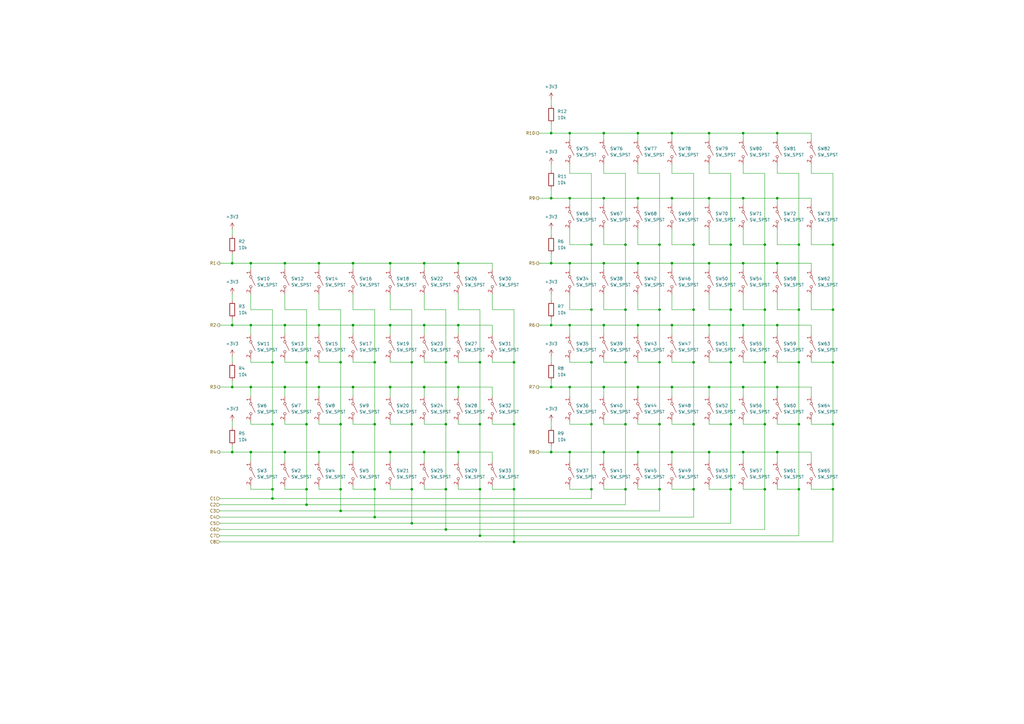
<source format=kicad_sch>
(kicad_sch (version 20250114) (generator "eeschema") (generator_version "9.0")
  (paper "A3")
  (junction (at 327.66 100.33))
  (junction (at 116.84 185.42))
  (junction (at 284.48 200.66))
  (junction (at 341.63 100.33))
  (junction (at 130.81 158.75))
  (junction (at 304.8 81.28))
  (junction (at 187.96 133.35))
  (junction (at 144.78 158.75))
  (junction (at 247.65 133.35))
  (junction (at 95.25 185.42))
  (junction (at 256.54 200.66))
  (junction (at 160.02 185.42))
  (junction (at 290.83 158.75))
  (junction (at 144.78 107.95))
  (junction (at 173.99 107.95))
  (junction (at 284.48 100.33))
  (junction (at 275.59 158.75))
  (junction (at 256.54 173.99))
  (junction (at 341.63 148.59))
  (junction (at 318.77 185.42))
  (junction (at 299.72 100.33))
  (junction (at 139.7 148.59))
  (junction (at 182.88 217.17))
  (junction (at 313.69 100.33))
  (junction (at 327.66 148.59))
  (junction (at 226.06 54.61))
  (junction (at 130.81 133.35))
  (junction (at 102.87 185.42))
  (junction (at 102.87 107.95))
  (junction (at 210.82 222.25))
  (junction (at 182.88 148.59))
  (junction (at 327.66 173.99))
  (junction (at 318.77 81.28))
  (junction (at 270.51 173.99))
  (junction (at 242.57 148.59))
  (junction (at 196.85 200.66))
  (junction (at 233.68 54.61))
  (junction (at 247.65 158.75))
  (junction (at 182.88 200.66))
  (junction (at 95.25 158.75))
  (junction (at 226.06 81.28))
  (junction (at 102.87 133.35))
  (junction (at 270.51 127))
  (junction (at 256.54 100.33))
  (junction (at 284.48 148.59))
  (junction (at 153.67 212.09))
  (junction (at 125.73 173.99))
  (junction (at 153.67 148.59))
  (junction (at 290.83 133.35))
  (junction (at 304.8 133.35))
  (junction (at 144.78 133.35))
  (junction (at 261.62 185.42))
  (junction (at 111.76 204.47))
  (junction (at 173.99 185.42))
  (junction (at 284.48 127))
  (junction (at 304.8 107.95))
  (junction (at 168.91 200.66))
  (junction (at 290.83 107.95))
  (junction (at 187.96 185.42))
  (junction (at 256.54 127))
  (junction (at 111.76 200.66))
  (junction (at 270.51 148.59))
  (junction (at 261.62 158.75))
  (junction (at 318.77 54.61))
  (junction (at 275.59 185.42))
  (junction (at 304.8 54.61))
  (junction (at 299.72 173.99))
  (junction (at 168.91 173.99))
  (junction (at 233.68 133.35))
  (junction (at 341.63 127))
  (junction (at 125.73 207.01))
  (junction (at 95.25 133.35))
  (junction (at 290.83 81.28))
  (junction (at 313.69 148.59))
  (junction (at 247.65 185.42))
  (junction (at 242.57 127))
  (junction (at 144.78 185.42))
  (junction (at 210.82 200.66))
  (junction (at 160.02 158.75))
  (junction (at 270.51 100.33))
  (junction (at 318.77 133.35))
  (junction (at 290.83 185.42))
  (junction (at 116.84 133.35))
  (junction (at 233.68 107.95))
  (junction (at 160.02 133.35))
  (junction (at 242.57 173.99))
  (junction (at 95.25 107.95))
  (junction (at 261.62 107.95))
  (junction (at 299.72 148.59))
  (junction (at 153.67 200.66))
  (junction (at 275.59 81.28))
  (junction (at 247.65 54.61))
  (junction (at 256.54 148.59))
  (junction (at 318.77 158.75))
  (junction (at 284.48 173.99))
  (junction (at 139.7 209.55))
  (junction (at 327.66 127))
  (junction (at 261.62 81.28))
  (junction (at 173.99 133.35))
  (junction (at 168.91 148.59))
  (junction (at 275.59 54.61))
  (junction (at 233.68 81.28))
  (junction (at 299.72 200.66))
  (junction (at 116.84 158.75))
  (junction (at 275.59 133.35))
  (junction (at 196.85 148.59))
  (junction (at 290.83 54.61))
  (junction (at 233.68 158.75))
  (junction (at 304.8 185.42))
  (junction (at 168.91 214.63))
  (junction (at 275.59 107.95))
  (junction (at 233.68 185.42))
  (junction (at 299.72 127))
  (junction (at 210.82 173.99))
  (junction (at 130.81 185.42))
  (junction (at 111.76 173.99))
  (junction (at 261.62 133.35))
  (junction (at 313.69 173.99))
  (junction (at 304.8 158.75))
  (junction (at 130.81 107.95))
  (junction (at 182.88 173.99))
  (junction (at 261.62 54.61))
  (junction (at 226.06 107.95))
  (junction (at 173.99 158.75))
  (junction (at 160.02 107.95))
  (junction (at 247.65 81.28))
  (junction (at 226.06 185.42))
  (junction (at 196.85 173.99))
  (junction (at 341.63 173.99))
  (junction (at 210.82 148.59))
  (junction (at 313.69 200.66))
  (junction (at 125.73 200.66))
  (junction (at 125.73 148.59))
  (junction (at 139.7 200.66))
  (junction (at 187.96 107.95))
  (junction (at 196.85 219.71))
  (junction (at 327.66 200.66))
  (junction (at 116.84 107.95))
  (junction (at 187.96 158.75))
  (junction (at 102.87 158.75))
  (junction (at 226.06 158.75))
  (junction (at 341.63 200.66))
  (junction (at 318.77 107.95))
  (junction (at 247.65 107.95))
  (junction (at 111.76 148.59))
  (junction (at 313.69 127))
  (junction (at 139.7 173.99))
  (junction (at 153.67 173.99))
  (junction (at 270.51 200.66))
  (junction (at 242.57 200.66))
  (junction (at 242.57 100.33))
  (junction (at 226.06 133.35))
  (wire (pts (xy 182.88 200.66) (xy 182.88 217.17)))
  (wire (pts (xy 247.65 173.99) (xy 256.54 173.99)))
  (wire (pts (xy 233.68 158.75) (xy 247.65 158.75)))
  (wire (pts (xy 290.83 173.99) (xy 299.72 173.99)))
  (wire (pts (xy 130.81 120.65) (xy 130.81 127)))
  (wire (pts (xy 290.83 81.28) (xy 290.83 83.82)))
  (wire (pts (xy 187.96 185.42) (xy 201.93 185.42)))
  (wire (pts (xy 226.06 130.81) (xy 226.06 133.35)))
  (wire (pts (xy 233.68 158.75) (xy 233.68 162.56)))
  (wire (pts (xy 247.65 147.32) (xy 247.65 148.59)))
  (wire (pts (xy 130.81 158.75) (xy 130.81 162.56)))
  (wire (pts (xy 144.78 158.75) (xy 144.78 162.56)))
  (wire (pts (xy 275.59 107.95) (xy 261.62 107.95)))
  (wire (pts (xy 182.88 148.59) (xy 182.88 173.99)))
  (wire (pts (xy 275.59 133.35) (xy 275.59 137.16)))
  (wire (pts (xy 256.54 100.33) (xy 256.54 127)))
  (wire (pts (xy 125.73 148.59) (xy 125.73 173.99)))
  (wire (pts (xy 261.62 81.28) (xy 247.65 81.28)))
  (wire (pts (xy 173.99 147.32) (xy 173.99 148.59)))
  (wire (pts (xy 275.59 120.65) (xy 275.59 127)))
  (wire (pts (xy 299.72 200.66) (xy 290.83 200.66)))
  (wire (pts (xy 299.72 148.59) (xy 299.72 173.99)))
  (wire (pts (xy 226.06 172.72) (xy 226.06 175.26)))
  (wire (pts (xy 332.74 147.32) (xy 332.74 148.59)))
  (wire (pts (xy 187.96 148.59) (xy 196.85 148.59)))
  (wire (pts (xy 327.66 127) (xy 327.66 148.59)))
  (wire (pts (xy 168.91 200.66) (xy 160.02 200.66)))
  (wire (pts (xy 341.63 200.66) (xy 341.63 222.25)))
  (wire (pts (xy 304.8 158.75) (xy 318.77 158.75)))
  (wire (pts (xy 341.63 173.99) (xy 341.63 200.66)))
  (wire (pts (xy 247.65 54.61) (xy 233.68 54.61)))
  (wire (pts (xy 341.63 200.66) (xy 332.74 200.66)))
  (wire (pts (xy 130.81 199.39) (xy 130.81 200.66)))
  (wire (pts (xy 242.57 127) (xy 242.57 148.59)))
  (wire (pts (xy 284.48 71.12) (xy 284.48 100.33)))
  (wire (pts (xy 327.66 173.99) (xy 327.66 200.66)))
  (wire (pts (xy 290.83 158.75) (xy 304.8 158.75)))
  (wire (pts (xy 261.62 185.42) (xy 275.59 185.42)))
  (wire (pts (xy 341.63 148.59) (xy 341.63 173.99)))
  (wire (pts (xy 332.74 133.35) (xy 332.74 137.16)))
  (wire (pts (xy 102.87 133.35) (xy 102.87 137.16)))
  (wire (pts (xy 95.25 182.88) (xy 95.25 185.42)))
  (wire (pts (xy 116.84 158.75) (xy 116.84 162.56)))
  (wire (pts (xy 130.81 127) (xy 139.7 127)))
  (wire (pts (xy 116.84 133.35) (xy 116.84 137.16)))
  (wire (pts (xy 210.82 200.66) (xy 210.82 222.25)))
  (wire (pts (xy 233.68 67.31) (xy 233.68 71.12)))
  (wire (pts (xy 256.54 200.66) (xy 247.65 200.66)))
  (wire (pts (xy 153.67 200.66) (xy 153.67 212.09)))
  (wire (pts (xy 226.06 50.8) (xy 226.06 54.61)))
  (wire (pts (xy 139.7 209.55) (xy 270.51 209.55)))
  (wire (pts (xy 139.7 127) (xy 139.7 148.59)))
  (wire (pts (xy 201.93 107.95) (xy 187.96 107.95)))
  (wire (pts (xy 116.84 148.59) (xy 125.73 148.59)))
  (wire (pts (xy 102.87 185.42) (xy 102.87 189.23)))
  (wire (pts (xy 290.83 133.35) (xy 304.8 133.35)))
  (wire (pts (xy 290.83 185.42) (xy 290.83 189.23)))
  (wire (pts (xy 275.59 199.39) (xy 275.59 200.66)))
  (wire (pts (xy 275.59 93.98) (xy 275.59 100.33)))
  (wire (pts (xy 284.48 127) (xy 284.48 148.59)))
  (wire (pts (xy 261.62 100.33) (xy 270.51 100.33)))
  (wire (pts (xy 226.06 54.61) (xy 233.68 54.61)))
  (wire (pts (xy 270.51 71.12) (xy 270.51 100.33)))
  (wire (pts (xy 95.25 133.35) (xy 102.87 133.35)))
  (wire (pts (xy 313.69 100.33) (xy 313.69 127)))
  (wire (pts (xy 284.48 200.66) (xy 284.48 212.09)))
  (wire (pts (xy 187.96 199.39) (xy 187.96 200.66)))
  (wire (pts (xy 210.82 200.66) (xy 201.93 200.66)))
  (wire (pts (xy 220.98 54.61) (xy 226.06 54.61)))
  (wire (pts (xy 130.81 148.59) (xy 139.7 148.59)))
  (wire (pts (xy 95.25 146.05) (xy 95.25 148.59)))
  (wire (pts (xy 270.51 127) (xy 270.51 148.59)))
  (wire (pts (xy 95.25 104.14) (xy 95.25 107.95)))
  (wire (pts (xy 111.76 173.99) (xy 111.76 200.66)))
  (wire (pts (xy 304.8 148.59) (xy 313.69 148.59)))
  (wire (pts (xy 102.87 173.99) (xy 111.76 173.99)))
  (wire (pts (xy 144.78 133.35) (xy 144.78 137.16)))
  (wire (pts (xy 304.8 81.28) (xy 290.83 81.28)))
  (wire (pts (xy 256.54 71.12) (xy 256.54 100.33)))
  (wire (pts (xy 270.51 200.66) (xy 261.62 200.66)))
  (wire (pts (xy 233.68 147.32) (xy 233.68 148.59)))
  (wire (pts (xy 173.99 199.39) (xy 173.99 200.66)))
  (wire (pts (xy 182.88 127) (xy 182.88 148.59)))
  (wire (pts (xy 327.66 148.59) (xy 327.66 173.99)))
  (wire (pts (xy 187.96 185.42) (xy 187.96 189.23)))
  (wire (pts (xy 173.99 133.35) (xy 173.99 137.16)))
  (wire (pts (xy 201.93 147.32) (xy 201.93 148.59)))
  (wire (pts (xy 299.72 173.99) (xy 299.72 200.66)))
  (wire (pts (xy 233.68 81.28) (xy 233.68 83.82)))
  (wire (pts (xy 233.68 133.35) (xy 233.68 137.16)))
  (wire (pts (xy 173.99 158.75) (xy 173.99 162.56)))
  (wire (pts (xy 304.8 81.28) (xy 304.8 83.82)))
  (wire (pts (xy 284.48 148.59) (xy 284.48 173.99)))
  (wire (pts (xy 233.68 127) (xy 242.57 127)))
  (wire (pts (xy 275.59 158.75) (xy 290.83 158.75)))
  (wire (pts (xy 201.93 199.39) (xy 201.93 200.66)))
  (wire (pts (xy 196.85 173.99) (xy 196.85 200.66)))
  (wire (pts (xy 304.8 199.39) (xy 304.8 200.66)))
  (wire (pts (xy 173.99 185.42) (xy 187.96 185.42)))
  (wire (pts (xy 318.77 147.32) (xy 318.77 148.59)))
  (wire (pts (xy 139.7 148.59) (xy 139.7 173.99)))
  (wire (pts (xy 160.02 133.35) (xy 173.99 133.35)))
  (wire (pts (xy 304.8 71.12) (xy 313.69 71.12)))
  (wire (pts (xy 125.73 127) (xy 125.73 148.59)))
  (wire (pts (xy 226.06 104.14) (xy 226.06 107.95)))
  (wire (pts (xy 153.67 212.09) (xy 284.48 212.09)))
  (wire (pts (xy 173.99 173.99) (xy 182.88 173.99)))
  (wire (pts (xy 95.25 120.65) (xy 95.25 123.19)))
  (wire (pts (xy 284.48 100.33) (xy 284.48 127)))
  (wire (pts (xy 226.06 120.65) (xy 226.06 123.19)))
  (wire (pts (xy 247.65 100.33) (xy 256.54 100.33)))
  (wire (pts (xy 261.62 158.75) (xy 275.59 158.75)))
  (wire (pts (xy 261.62 67.31) (xy 261.62 71.12)))
  (wire (pts (xy 332.74 172.72) (xy 332.74 173.99)))
  (wire (pts (xy 275.59 127) (xy 284.48 127)))
  (wire (pts (xy 153.67 200.66) (xy 144.78 200.66)))
  (wire (pts (xy 168.91 148.59) (xy 168.91 173.99)))
  (wire (pts (xy 173.99 172.72) (xy 173.99 173.99)))
  (wire (pts (xy 290.83 172.72) (xy 290.83 173.99)))
  (wire (pts (xy 256.54 173.99) (xy 256.54 200.66)))
  (wire (pts (xy 233.68 100.33) (xy 242.57 100.33)))
  (wire (pts (xy 116.84 185.42) (xy 116.84 189.23)))
  (wire (pts (xy 226.06 81.28) (xy 233.68 81.28)))
  (wire (pts (xy 290.83 107.95) (xy 275.59 107.95)))
  (wire (pts (xy 284.48 200.66) (xy 275.59 200.66)))
  (wire (pts (xy 111.76 200.66) (xy 111.76 204.47)))
  (wire (pts (xy 313.69 148.59) (xy 313.69 173.99)))
  (wire (pts (xy 247.65 67.31) (xy 247.65 71.12)))
  (wire (pts (xy 290.83 100.33) (xy 299.72 100.33)))
  (wire (pts (xy 187.96 173.99) (xy 196.85 173.99)))
  (wire (pts (xy 275.59 67.31) (xy 275.59 71.12)))
  (wire (pts (xy 116.84 173.99) (xy 125.73 173.99)))
  (wire (pts (xy 201.93 133.35) (xy 201.93 137.16)))
  (wire (pts (xy 102.87 185.42) (xy 116.84 185.42)))
  (wire (pts (xy 327.66 200.66) (xy 327.66 219.71)))
  (wire (pts (xy 261.62 199.39) (xy 261.62 200.66)))
  (wire (pts (xy 304.8 172.72) (xy 304.8 173.99)))
  (wire (pts (xy 233.68 148.59) (xy 242.57 148.59)))
  (wire (pts (xy 261.62 133.35) (xy 275.59 133.35)))
  (wire (pts (xy 233.68 173.99) (xy 242.57 173.99)))
  (wire (pts (xy 332.74 54.61) (xy 318.77 54.61)))
  (wire (pts (xy 275.59 100.33) (xy 284.48 100.33)))
  (wire (pts (xy 304.8 100.33) (xy 313.69 100.33)))
  (wire (pts (xy 95.25 158.75) (xy 102.87 158.75)))
  (wire (pts (xy 270.51 173.99) (xy 270.51 200.66)))
  (wire (pts (xy 247.65 148.59) (xy 256.54 148.59)))
  (wire (pts (xy 275.59 71.12) (xy 284.48 71.12)))
  (wire (pts (xy 226.06 93.98) (xy 226.06 96.52)))
  (wire (pts (xy 290.83 133.35) (xy 290.83 137.16)))
  (wire (pts (xy 261.62 147.32) (xy 261.62 148.59)))
  (wire (pts (xy 341.63 100.33) (xy 341.63 127)))
  (wire (pts (xy 102.87 147.32) (xy 102.87 148.59)))
  (wire (pts (xy 261.62 54.61) (xy 261.62 57.15)))
  (wire (pts (xy 201.93 127) (xy 210.82 127)))
  (wire (pts (xy 299.72 200.66) (xy 299.72 214.63)))
  (wire (pts (xy 256.54 127) (xy 256.54 148.59)))
  (wire (pts (xy 90.17 107.95) (xy 95.25 107.95)))
  (wire (pts (xy 261.62 133.35) (xy 261.62 137.16)))
  (wire (pts (xy 210.82 148.59) (xy 210.82 173.99)))
  (wire (pts (xy 318.77 133.35) (xy 318.77 137.16)))
  (wire (pts (xy 125.73 200.66) (xy 125.73 207.01)))
  (wire (pts (xy 139.7 200.66) (xy 130.81 200.66)))
  (wire (pts (xy 187.96 133.35) (xy 187.96 137.16)))
  (wire (pts (xy 102.87 148.59) (xy 111.76 148.59)))
  (wire (pts (xy 256.54 148.59) (xy 256.54 173.99)))
  (wire (pts (xy 290.83 107.95) (xy 290.83 110.49)))
  (wire (pts (xy 275.59 148.59) (xy 284.48 148.59)))
  (wire (pts (xy 290.83 148.59) (xy 299.72 148.59)))
  (wire (pts (xy 233.68 93.98) (xy 233.68 100.33)))
  (wire (pts (xy 247.65 185.42) (xy 247.65 189.23)))
  (wire (pts (xy 313.69 200.66) (xy 313.69 217.17)))
  (wire (pts (xy 313.69 71.12) (xy 313.69 100.33)))
  (wire (pts (xy 160.02 173.99) (xy 168.91 173.99)))
  (wire (pts (xy 233.68 185.42) (xy 233.68 189.23)))
  (wire (pts (xy 261.62 185.42) (xy 261.62 189.23)))
  (wire (pts (xy 220.98 81.28) (xy 226.06 81.28)))
  (wire (pts (xy 304.8 185.42) (xy 304.8 189.23)))
  (wire (pts (xy 332.74 173.99) (xy 341.63 173.99)))
  (wire (pts (xy 327.66 71.12) (xy 327.66 100.33)))
  (wire (pts (xy 95.25 130.81) (xy 95.25 133.35)))
  (wire (pts (xy 242.57 71.12) (xy 242.57 100.33)))
  (wire (pts (xy 111.76 127) (xy 111.76 148.59)))
  (wire (pts (xy 290.83 199.39) (xy 290.83 200.66)))
  (wire (pts (xy 318.77 173.99) (xy 327.66 173.99)))
  (wire (pts (xy 160.02 107.95) (xy 160.02 110.49)))
  (wire (pts (xy 290.83 147.32) (xy 290.83 148.59)))
  (wire (pts (xy 153.67 173.99) (xy 153.67 200.66)))
  (wire (pts (xy 247.65 158.75) (xy 261.62 158.75)))
  (wire (pts (xy 220.98 158.75) (xy 226.06 158.75)))
  (wire (pts (xy 182.88 217.17) (xy 313.69 217.17)))
  (wire (pts (xy 247.65 133.35) (xy 261.62 133.35)))
  (wire (pts (xy 304.8 185.42) (xy 318.77 185.42)))
  (wire (pts (xy 318.77 148.59) (xy 327.66 148.59)))
  (wire (pts (xy 173.99 158.75) (xy 187.96 158.75)))
  (wire (pts (xy 261.62 107.95) (xy 247.65 107.95)))
  (wire (pts (xy 90.17 217.17) (xy 182.88 217.17)))
  (wire (pts (xy 261.62 172.72) (xy 261.62 173.99)))
  (wire (pts (xy 233.68 54.61) (xy 233.68 57.15)))
  (wire (pts (xy 125.73 173.99) (xy 125.73 200.66)))
  (wire (pts (xy 318.77 199.39) (xy 318.77 200.66)))
  (wire (pts (xy 201.93 173.99) (xy 210.82 173.99)))
  (wire (pts (xy 304.8 133.35) (xy 304.8 137.16)))
  (wire (pts (xy 318.77 127) (xy 327.66 127)))
  (wire (pts (xy 226.06 107.95) (xy 233.68 107.95)))
  (wire (pts (xy 168.91 200.66) (xy 168.91 214.63)))
  (wire (pts (xy 275.59 110.49) (xy 275.59 107.95)))
  (wire (pts (xy 247.65 127) (xy 256.54 127)))
  (wire (pts (xy 102.87 133.35) (xy 116.84 133.35)))
  (wire (pts (xy 304.8 133.35) (xy 318.77 133.35)))
  (wire (pts (xy 290.83 54.61) (xy 290.83 57.15)))
  (wire (pts (xy 332.74 185.42) (xy 332.74 189.23)))
  (wire (pts (xy 226.06 67.31) (xy 226.06 69.85)))
  (wire (pts (xy 130.81 147.32) (xy 130.81 148.59)))
  (wire (pts (xy 201.93 148.59) (xy 210.82 148.59)))
  (wire (pts (xy 261.62 71.12) (xy 270.51 71.12)))
  (wire (pts (xy 116.84 199.39) (xy 116.84 200.66)))
  (wire (pts (xy 160.02 158.75) (xy 160.02 162.56)))
  (wire (pts (xy 153.67 127) (xy 153.67 148.59)))
  (wire (pts (xy 144.78 148.59) (xy 153.67 148.59)))
  (wire (pts (xy 90.17 185.42) (xy 95.25 185.42)))
  (wire (pts (xy 210.82 222.25) (xy 341.63 222.25)))
  (wire (pts (xy 201.93 110.49) (xy 201.93 107.95)))
  (wire (pts (xy 201.93 185.42) (xy 201.93 189.23)))
  (wire (pts (xy 261.62 54.61) (xy 247.65 54.61)))
  (wire (pts (xy 290.83 81.28) (xy 275.59 81.28)))
  (wire (pts (xy 247.65 81.28) (xy 247.65 83.82)))
  (wire (pts (xy 144.78 199.39) (xy 144.78 200.66)))
  (wire (pts (xy 173.99 107.95) (xy 160.02 107.95)))
  (wire (pts (xy 242.57 148.59) (xy 242.57 173.99)))
  (wire (pts (xy 332.74 127) (xy 341.63 127)))
  (wire (pts (xy 116.84 172.72) (xy 116.84 173.99)))
  (wire (pts (xy 275.59 133.35) (xy 290.83 133.35)))
  (wire (pts (xy 173.99 133.35) (xy 187.96 133.35)))
  (wire (pts (xy 304.8 158.75) (xy 304.8 162.56)))
  (wire (pts (xy 196.85 148.59) (xy 196.85 173.99)))
  (wire (pts (xy 332.74 199.39) (xy 332.74 200.66)))
  (wire (pts (xy 95.25 156.21) (xy 95.25 158.75)))
  (wire (pts (xy 196.85 127) (xy 196.85 148.59)))
  (wire (pts (xy 247.65 107.95) (xy 247.65 110.49)))
  (wire (pts (xy 318.77 71.12) (xy 327.66 71.12)))
  (wire (pts (xy 168.91 214.63) (xy 299.72 214.63)))
  (wire (pts (xy 318.77 120.65) (xy 318.77 127)))
  (wire (pts (xy 116.84 120.65) (xy 116.84 127)))
  (wire (pts (xy 233.68 199.39) (xy 233.68 200.66)))
  (wire (pts (xy 318.77 133.35) (xy 332.74 133.35)))
  (wire (pts (xy 111.76 200.66) (xy 102.87 200.66)))
  (wire (pts (xy 173.99 120.65) (xy 173.99 127)))
  (wire (pts (xy 201.93 120.65) (xy 201.93 127)))
  (wire (pts (xy 130.81 173.99) (xy 139.7 173.99)))
  (wire (pts (xy 233.68 133.35) (xy 247.65 133.35)))
  (wire (pts (xy 233.68 185.42) (xy 247.65 185.42)))
  (wire (pts (xy 304.8 120.65) (xy 304.8 127)))
  (wire (pts (xy 290.83 54.61) (xy 275.59 54.61)))
  (wire (pts (xy 144.78 133.35) (xy 160.02 133.35)))
  (wire (pts (xy 160.02 120.65) (xy 160.02 127)))
  (wire (pts (xy 116.84 185.42) (xy 130.81 185.42)))
  (wire (pts (xy 160.02 158.75) (xy 173.99 158.75)))
  (wire (pts (xy 226.06 185.42) (xy 233.68 185.42)))
  (wire (pts (xy 220.98 185.42) (xy 226.06 185.42)))
  (wire (pts (xy 304.8 93.98) (xy 304.8 100.33)))
  (wire (pts (xy 144.78 185.42) (xy 144.78 189.23)))
  (wire (pts (xy 226.06 156.21) (xy 226.06 158.75)))
  (wire (pts (xy 116.84 158.75) (xy 130.81 158.75)))
  (wire (pts (xy 160.02 185.42) (xy 160.02 189.23)))
  (wire (pts (xy 233.68 172.72) (xy 233.68 173.99)))
  (wire (pts (xy 242.57 200.66) (xy 242.57 204.47)))
  (wire (pts (xy 144.78 172.72) (xy 144.78 173.99)))
  (wire (pts (xy 102.87 120.65) (xy 102.87 127)))
  (wire (pts (xy 270.51 200.66) (xy 270.51 209.55)))
  (wire (pts (xy 226.06 158.75) (xy 233.68 158.75)))
  (wire (pts (xy 275.59 57.15) (xy 275.59 54.61)))
  (wire (pts (xy 341.63 127) (xy 341.63 148.59)))
  (wire (pts (xy 318.77 100.33) (xy 327.66 100.33)))
  (wire (pts (xy 261.62 173.99) (xy 270.51 173.99)))
  (wire (pts (xy 318.77 185.42) (xy 332.74 185.42)))
  (wire (pts (xy 160.02 147.32) (xy 160.02 148.59)))
  (wire (pts (xy 299.72 71.12) (xy 299.72 100.33)))
  (wire (pts (xy 284.48 173.99) (xy 284.48 200.66)))
  (wire (pts (xy 90.17 219.71) (xy 196.85 219.71)))
  (wire (pts (xy 242.57 100.33) (xy 242.57 127)))
  (wire (pts (xy 187.96 158.75) (xy 201.93 158.75)))
  (wire (pts (xy 318.77 54.61) (xy 304.8 54.61)))
  (wire (pts (xy 210.82 173.99) (xy 210.82 200.66)))
  (wire (pts (xy 290.83 120.65) (xy 290.83 127)))
  (wire (pts (xy 247.65 199.39) (xy 247.65 200.66)))
  (wire (pts (xy 304.8 54.61) (xy 290.83 54.61)))
  (wire (pts (xy 318.77 93.98) (xy 318.77 100.33)))
  (wire (pts (xy 261.62 81.28) (xy 261.62 83.82)))
  (wire (pts (xy 275.59 172.72) (xy 275.59 173.99)))
  (wire (pts (xy 144.78 110.49) (xy 144.78 107.95)))
  (wire (pts (xy 327.66 100.33) (xy 327.66 127)))
  (wire (pts (xy 111.76 204.47) (xy 242.57 204.47)))
  (wire (pts (xy 102.87 199.39) (xy 102.87 200.66)))
  (wire (pts (xy 220.98 133.35) (xy 226.06 133.35)))
  (wire (pts (xy 226.06 77.47) (xy 226.06 81.28)))
  (wire (pts (xy 233.68 107.95) (xy 233.68 110.49)))
  (wire (pts (xy 201.93 172.72) (xy 201.93 173.99)))
  (wire (pts (xy 341.63 71.12) (xy 341.63 100.33)))
  (wire (pts (xy 116.84 107.95) (xy 102.87 107.95)))
  (wire (pts (xy 304.8 54.61) (xy 304.8 57.15)))
  (wire (pts (xy 130.81 133.35) (xy 130.81 137.16)))
  (wire (pts (xy 332.74 158.75) (xy 332.74 162.56)))
  (wire (pts (xy 332.74 67.31) (xy 332.74 71.12)))
  (wire (pts (xy 144.78 147.32) (xy 144.78 148.59)))
  (wire (pts (xy 318.77 107.95) (xy 304.8 107.95)))
  (wire (pts (xy 187.96 133.35) (xy 201.93 133.35)))
  (wire (pts (xy 290.83 185.42) (xy 304.8 185.42)))
  (wire (pts (xy 95.25 93.98) (xy 95.25 96.52)))
  (wire (pts (xy 304.8 173.99) (xy 313.69 173.99)))
  (wire (pts (xy 90.17 133.35) (xy 95.25 133.35)))
  (wire (pts (xy 201.93 158.75) (xy 201.93 162.56)))
  (wire (pts (xy 90.17 222.25) (xy 210.82 222.25)))
  (wire (pts (xy 275.59 158.75) (xy 275.59 162.56)))
  (wire (pts (xy 318.77 81.28) (xy 304.8 81.28)))
  (wire (pts (xy 261.62 148.59) (xy 270.51 148.59)))
  (wire (pts (xy 275.59 83.82) (xy 275.59 81.28)))
  (wire (pts (xy 160.02 172.72) (xy 160.02 173.99)))
  (wire (pts (xy 275.59 185.42) (xy 290.83 185.42)))
  (wire (pts (xy 247.65 133.35) (xy 247.65 137.16)))
  (wire (pts (xy 332.74 93.98) (xy 332.74 100.33)))
  (wire (pts (xy 144.78 173.99) (xy 153.67 173.99)))
  (wire (pts (xy 187.96 107.95) (xy 187.96 110.49)))
  (wire (pts (xy 187.96 127) (xy 196.85 127)))
  (wire (pts (xy 261.62 120.65) (xy 261.62 127)))
  (wire (pts (xy 332.74 83.82) (xy 332.74 81.28)))
  (wire (pts (xy 247.65 81.28) (xy 233.68 81.28)))
  (wire (pts (xy 196.85 200.66) (xy 196.85 219.71)))
  (wire (pts (xy 247.65 172.72) (xy 247.65 173.99)))
  (wire (pts (xy 139.7 173.99) (xy 139.7 200.66)))
  (wire (pts (xy 130.81 185.42) (xy 130.81 189.23)))
  (wire (pts (xy 102.87 172.72) (xy 102.87 173.99)))
  (wire (pts (xy 102.87 158.75) (xy 116.84 158.75)))
  (wire (pts (xy 160.02 148.59) (xy 168.91 148.59)))
  (wire (pts (xy 290.83 93.98) (xy 290.83 100.33)))
  (wire (pts (xy 226.06 133.35) (xy 233.68 133.35)))
  (wire (pts (xy 256.54 200.66) (xy 256.54 207.01)))
  (wire (pts (xy 182.88 173.99) (xy 182.88 200.66)))
  (wire (pts (xy 130.81 172.72) (xy 130.81 173.99)))
  (wire (pts (xy 116.84 147.32) (xy 116.84 148.59)))
  (wire (pts (xy 275.59 81.28) (xy 261.62 81.28)))
  (wire (pts (xy 332.74 57.15) (xy 332.74 54.61)))
  (wire (pts (xy 130.81 107.95) (xy 130.81 110.49)))
  (wire (pts (xy 95.25 107.95) (xy 102.87 107.95)))
  (wire (pts (xy 160.02 185.42) (xy 173.99 185.42)))
  (wire (pts (xy 125.73 200.66) (xy 116.84 200.66)))
  (wire (pts (xy 196.85 200.66) (xy 187.96 200.66)))
  (wire (pts (xy 95.25 185.42) (xy 102.87 185.42)))
  (wire (pts (xy 327.66 200.66) (xy 318.77 200.66)))
  (wire (pts (xy 90.17 207.01) (xy 125.73 207.01)))
  (wire (pts (xy 130.81 133.35) (xy 144.78 133.35)))
  (wire (pts (xy 187.96 120.65) (xy 187.96 127)))
  (wire (pts (xy 102.87 158.75) (xy 102.87 162.56)))
  (wire (pts (xy 313.69 173.99) (xy 313.69 200.66)))
  (wire (pts (xy 125.73 207.01) (xy 256.54 207.01)))
  (wire (pts (xy 318.77 54.61) (xy 318.77 57.15)))
  (wire (pts (xy 247.65 185.42) (xy 261.62 185.42)))
  (wire (pts (xy 233.68 120.65) (xy 233.68 127)))
  (wire (pts (xy 111.76 148.59) (xy 111.76 173.99)))
  (wire (pts (xy 261.62 158.75) (xy 261.62 162.56)))
  (wire (pts (xy 226.06 146.05) (xy 226.06 148.59)))
  (wire (pts (xy 299.72 100.33) (xy 299.72 127)))
  (wire (pts (xy 332.74 107.95) (xy 318.77 107.95)))
  (wire (pts (xy 130.81 185.42) (xy 144.78 185.42)))
  (wire (pts (xy 318.77 67.31) (xy 318.77 71.12)))
  (wire (pts (xy 313.69 200.66) (xy 304.8 200.66)))
  (wire (pts (xy 139.7 200.66) (xy 139.7 209.55)))
  (wire (pts (xy 318.77 158.75) (xy 332.74 158.75)))
  (wire (pts (xy 304.8 67.31) (xy 304.8 71.12)))
  (wire (pts (xy 153.67 148.59) (xy 153.67 173.99)))
  (wire (pts (xy 187.96 158.75) (xy 187.96 162.56)))
  (wire (pts (xy 116.84 127) (xy 125.73 127)))
  (wire (pts (xy 160.02 199.39) (xy 160.02 200.66)))
  (wire (pts (xy 160.02 107.95) (xy 144.78 107.95)))
  (wire (pts (xy 247.65 107.95) (xy 233.68 107.95)))
  (wire (pts (xy 90.17 204.47) (xy 111.76 204.47)))
  (wire (pts (xy 220.98 107.95) (xy 226.06 107.95)))
  (wire (pts (xy 173.99 148.59) (xy 182.88 148.59)))
  (wire (pts (xy 304.8 107.95) (xy 304.8 110.49)))
  (wire (pts (xy 318.77 185.42) (xy 318.77 189.23)))
  (wire (pts (xy 130.81 158.75) (xy 144.78 158.75)))
  (wire (pts (xy 318.77 158.75) (xy 318.77 162.56)))
  (wire (pts (xy 226.06 182.88) (xy 226.06 185.42)))
  (wire (pts (xy 332.74 110.49) (xy 332.74 107.95)))
  (wire (pts (xy 247.65 120.65) (xy 247.65 127)))
  (wire (pts (xy 210.82 127) (xy 210.82 148.59)))
  (wire (pts (xy 168.91 127) (xy 168.91 148.59)))
  (wire (pts (xy 304.8 127) (xy 313.69 127)))
  (wire (pts (xy 90.17 158.75) (xy 95.25 158.75)))
  (wire (pts (xy 313.69 127) (xy 313.69 148.59)))
  (wire (pts (xy 95.25 172.72) (xy 95.25 175.26)))
  (wire (pts (xy 318.77 81.28) (xy 318.77 83.82)))
  (wire (pts (xy 275.59 147.32) (xy 275.59 148.59)))
  (wire (pts (xy 332.74 120.65) (xy 332.74 127)))
  (wire (pts (xy 247.65 93.98) (xy 247.65 100.33)))
  (wire (pts (xy 247.65 54.61) (xy 247.65 57.15)))
  (wire (pts (xy 332.74 148.59) (xy 341.63 148.59)))
  (wire (pts (xy 304.8 107.95) (xy 290.83 107.95)))
  (wire (pts (xy 182.88 200.66) (xy 173.99 200.66)))
  (wire (pts (xy 261.62 127) (xy 270.51 127)))
  (wire (pts (xy 332.74 81.28) (xy 318.77 81.28)))
  (wire (pts (xy 247.65 71.12) (xy 256.54 71.12)))
  (wire (pts (xy 290.83 127) (xy 299.72 127)))
  (wire (pts (xy 173.99 107.95) (xy 173.99 110.49)))
  (wire (pts (xy 130.81 107.95) (xy 116.84 107.95)))
  (wire (pts (xy 102.87 127) (xy 111.76 127)))
  (wire (pts (xy 304.8 147.32) (xy 304.8 148.59)))
  (wire (pts (xy 116.84 133.35) (xy 130.81 133.35)))
  (wire (pts (xy 168.91 173.99) (xy 168.91 200.66)))
  (wire (pts (xy 196.85 219.71) (xy 327.66 219.71)))
  (wire (pts (xy 275.59 54.61) (xy 261.62 54.61)))
  (wire (pts (xy 187.96 147.32) (xy 187.96 148.59)))
  (wire (pts (xy 275.59 185.42) (xy 275.59 189.23)))
  (wire (pts (xy 102.87 107.95) (xy 102.87 110.49)))
  (wire (pts (xy 270.51 148.59) (xy 270.51 173.99)))
  (wire (pts (xy 226.06 40.64) (xy 226.06 43.18)))
  (wire (pts (xy 144.78 120.65) (xy 144.78 127)))
  (wire (pts (xy 270.51 100.33) (xy 270.51 127)))
  (wire (pts (xy 299.72 127) (xy 299.72 148.59)))
  (wire (pts (xy 332.74 71.12) (xy 341.63 71.12)))
  (wire (pts (xy 318.77 172.72) (xy 318.77 173.99)))
  (wire (pts (xy 290.83 71.12) (xy 299.72 71.12)))
  (wire (pts (xy 144.78 127) (xy 153.67 127)))
  (wire (pts (xy 332.74 100.33) (xy 341.63 100.33)))
  (wire (pts (xy 261.62 107.95) (xy 261.62 110.49)))
  (wire (pts (xy 275.59 173.99) (xy 284.48 173.99)))
  (wire (pts (xy 233.68 71.12) (xy 242.57 71.12)))
  (wire (pts (xy 160.02 127) (xy 168.91 127)))
  (wire (pts (xy 187.96 107.95) (xy 173.99 107.95)))
  (wire (pts (xy 261.62 93.98) (xy 261.62 100.33)))
  (wire (pts (xy 187.96 172.72) (xy 187.96 173.99)))
  (wire (pts (xy 318.77 107.95) (xy 318.77 110.49)))
  (wire (pts (xy 144.78 185.42) (xy 160.02 185.42)))
  (wire (pts (xy 144.78 107.95) (xy 130.81 107.95)))
  (wire (pts (xy 144.78 158.75) (xy 160.02 158.75)))
  (wire (pts (xy 242.57 200.66) (xy 233.68 200.66)))
  (wire (pts (xy 90.17 212.09) (xy 153.67 212.09)))
  (wire (pts (xy 242.57 173.99) (xy 242.57 200.66)))
  (wire (pts (xy 90.17 209.55) (xy 139.7 209.55)))
  (wire (pts (xy 116.84 107.95) (xy 116.84 110.49)))
  (wire (pts (xy 173.99 127) (xy 182.88 127)))
  (wire (pts (xy 160.02 133.35) (xy 160.02 137.16)))
  (wire (pts (xy 290.83 67.31) (xy 290.83 71.12)))
  (wire (pts (xy 247.65 158.75) (xy 247.65 162.56)))
  (wire (pts (xy 173.99 185.42) (xy 173.99 189.23)))
  (wire (pts (xy 90.17 214.63) (xy 168.91 214.63)))
  (wire (pts (xy 290.83 158.75) (xy 290.83 162.56)))
  (hierarchical_label "R6" (shape output) (at 220.98 133.35 180))
  (hierarchical_label "C5" (shape input) (at 90.17 214.63 180))
  (hierarchical_label "C3" (shape input) (at 90.17 209.55 180))
  (hierarchical_label "R1" (shape output) (at 90.17 107.95 180))
  (hierarchical_label "R7" (shape output) (at 220.98 158.75 180))
  (hierarchical_label "C6" (shape input) (at 90.17 217.17 180))
  (hierarchical_label "R10" (shape output) (at 220.98 54.61 180))
  (hierarchical_label "R9" (shape output) (at 220.98 81.28 180))
  (hierarchical_label "R4" (shape output) (at 90.17 185.42 180))
  (hierarchical_label "C2" (shape input) (at 90.17 207.01 180))
  (hierarchical_label "C4" (shape input) (at 90.17 212.09 180))
  (hierarchical_label "C7" (shape input) (at 90.17 219.71 180))
  (hierarchical_label "R2" (shape output) (at 90.17 133.35 180))
  (hierarchical_label "R8" (shape output) (at 220.98 185.42 180))
  (hierarchical_label "R5" (shape output) (at 220.98 107.95 180))
  (hierarchical_label "C1" (shape input) (at 90.17 204.47 180))
  (hierarchical_label "C8" (shape input) (at 90.17 222.25 180))
  (hierarchical_label "R3" (shape output) (at 90.17 158.75 180))
  (symbol (lib_id "Switch:SW_SPST") (at 173.99 194.31 270) (unit 1)
    (property "Reference" "SW25" (at 176.53 193.0399 90) (effects (justify left)))
    (property "Value" "SW_SPST" (at 176.53 195.5799 90) (effects (justify left)))
    (property "Footprint" "Button_Switch_Keyboard:SW_Cherry_MX_1.00u_PCB" (effects (hide yes)))
    (property "Description" "Single Pole Single Throw (SPST) switch" (effects (hide yes)))
  )
  (symbol (lib_id "Switch:SW_SPST") (at 290.83 88.9 270) (unit 1)
    (property "Reference" "SW70" (at 293.37 87.6299 90) (effects (justify left)))
    (property "Value" "SW_SPST" (at 293.37 90.1699 90) (effects (justify left)))
    (property "Footprint" "Button_Switch_Keyboard:SW_Cherry_MX_1.00u_PCB" (effects (hide yes)))
    (property "Description" "Single Pole Single Throw (SPST) switch" (effects (hide yes)))
  )
  (symbol (lib_id "power:+3V3") (at 226.06 172.72 0) (unit 1)
    (property "Reference" "#PWR014" (effects (hide yes)))
    (property "Value" "+3V3" (at 226.06 167.64 0))
    (property "Description" "Power symbol creates a global label with name \"+3V3\"" (effects (hide yes)))
  )
  (symbol (lib_id "Device:R") (at 226.06 46.99 0) (unit 1)
    (property "Reference" "R12" (at 228.6 45.7199 0) (effects (justify left)))
    (property "Value" "10k" (at 228.6 48.2599 0) (effects (justify left)))
    (property "Footprint" "Resistor_SMD:R_0603_1608Metric" (effects (hide yes)))
    (property "Description" "Resistor" (effects (hide yes)))
  )
  (symbol (lib_id "Switch:SW_SPST") (at 187.96 142.24 270) (unit 1)
    (property "Reference" "SW27" (at 190.5 140.9699 90) (effects (justify left)))
    (property "Value" "SW_SPST" (at 190.5 143.5099 90) (effects (justify left)))
    (property "Footprint" "Button_Switch_Keyboard:SW_Cherry_MX_1.00u_PCB" (effects (hide yes)))
    (property "Description" "Single Pole Single Throw (SPST) switch" (effects (hide yes)))
  )
  (symbol (lib_id "Switch:SW_SPST") (at 233.68 62.23 270) (unit 1)
    (property "Reference" "SW75" (at 236.22 60.9599 90) (effects (justify left)))
    (property "Value" "SW_SPST" (at 236.22 63.4999 90) (effects (justify left)))
    (property "Footprint" "Button_Switch_Keyboard:SW_Cherry_MX_1.00u_PCB" (effects (hide yes)))
    (property "Description" "Single Pole Single Throw (SPST) switch" (effects (hide yes)))
  )
  (symbol (lib_id "Switch:SW_SPST") (at 201.93 142.24 270) (unit 1)
    (property "Reference" "SW31" (at 204.47 140.9699 90) (effects (justify left)))
    (property "Value" "SW_SPST" (at 204.47 143.5099 90) (effects (justify left)))
    (property "Footprint" "Button_Switch_Keyboard:SW_Cherry_MX_1.00u_PCB" (effects (hide yes)))
    (property "Description" "Single Pole Single Throw (SPST) switch" (effects (hide yes)))
  )
  (symbol (lib_id "Device:R") (at 226.06 152.4 0) (unit 1)
    (property "Reference" "R8" (at 228.6 151.1299 0) (effects (justify left)))
    (property "Value" "10k" (at 228.6 153.6699 0) (effects (justify left)))
    (property "Footprint" "Resistor_SMD:R_0603_1608Metric" (effects (hide yes)))
    (property "Description" "Resistor" (effects (hide yes)))
  )
  (symbol (lib_id "Device:R") (at 226.06 127 0) (unit 1)
    (property "Reference" "R7" (at 228.6 125.7299 0) (effects (justify left)))
    (property "Value" "10k" (at 228.6 128.2699 0) (effects (justify left)))
    (property "Footprint" "Resistor_SMD:R_0603_1608Metric" (effects (hide yes)))
    (property "Description" "Resistor" (effects (hide yes)))
  )
  (symbol (lib_id "Switch:SW_SPST") (at 275.59 167.64 270) (unit 1)
    (property "Reference" "SW48" (at 278.13 166.3699 90) (effects (justify left)))
    (property "Value" "SW_SPST" (at 278.13 168.9099 90) (effects (justify left)))
    (property "Footprint" "Button_Switch_Keyboard:SW_Cherry_MX_1.00u_PCB" (effects (hide yes)))
    (property "Description" "Single Pole Single Throw (SPST) switch" (effects (hide yes)))
  )
  (symbol (lib_id "Switch:SW_SPST") (at 290.83 62.23 270) (unit 1)
    (property "Reference" "SW79" (at 293.37 60.9599 90) (effects (justify left)))
    (property "Value" "SW_SPST" (at 293.37 63.4999 90) (effects (justify left)))
    (property "Footprint" "Button_Switch_Keyboard:SW_Cherry_MX_1.00u_PCB" (effects (hide yes)))
    (property "Description" "Single Pole Single Throw (SPST) switch" (effects (hide yes)))
  )
  (symbol (lib_id "Switch:SW_SPST") (at 233.68 167.64 270) (unit 1)
    (property "Reference" "SW36" (at 236.22 166.3699 90) (effects (justify left)))
    (property "Value" "SW_SPST" (at 236.22 168.9099 90) (effects (justify left)))
    (property "Footprint" "Button_Switch_Keyboard:SW_Cherry_MX_1.00u_PCB" (effects (hide yes)))
    (property "Description" "Single Pole Single Throw (SPST) switch" (effects (hide yes)))
  )
  (symbol (lib_id "power:+3V3") (at 95.25 93.98 0) (unit 1)
    (property "Reference" "#PWR07" (effects (hide yes)))
    (property "Value" "+3V3" (at 95.25 88.9 0))
    (property "Description" "Power symbol creates a global label with name \"+3V3\"" (effects (hide yes)))
  )
  (symbol (lib_id "Switch:SW_SPST") (at 116.84 167.64 270) (unit 1)
    (property "Reference" "SW7" (at 119.38 166.3699 90) (effects (justify left)))
    (property "Value" "SW_SPST" (at 119.38 168.9099 90) (effects (justify left)))
    (property "Footprint" "Button_Switch_Keyboard:SW_Cherry_MX_1.00u_PCB" (effects (hide yes)))
    (property "Description" "Single Pole Single Throw (SPST) switch" (effects (hide yes)))
  )
  (symbol (lib_id "Switch:SW_SPST") (at 102.87 142.24 270) (unit 1)
    (property "Reference" "SW11" (at 105.41 140.9699 90) (effects (justify left)))
    (property "Value" "SW_SPST" (at 105.41 143.5099 90) (effects (justify left)))
    (property "Footprint" "Button_Switch_Keyboard:SW_Cherry_MX_1.00u_PCB" (effects (hide yes)))
    (property "Description" "Single Pole Single Throw (SPST) switch" (effects (hide yes)))
  )
  (symbol (lib_id "Switch:SW_SPST") (at 102.87 167.64 270) (unit 1)
    (property "Reference" "SW6" (at 105.41 166.3699 90) (effects (justify left)))
    (property "Value" "SW_SPST" (at 105.41 168.9099 90) (effects (justify left)))
    (property "Footprint" "Button_Switch_Keyboard:SW_Cherry_MX_1.00u_PCB" (effects (hide yes)))
    (property "Description" "Single Pole Single Throw (SPST) switch" (effects (hide yes)))
  )
  (symbol (lib_id "Switch:SW_SPST") (at 201.93 194.31 270) (unit 1)
    (property "Reference" "SW33" (at 204.47 193.0399 90) (effects (justify left)))
    (property "Value" "SW_SPST" (at 204.47 195.5799 90) (effects (justify left)))
    (property "Footprint" "Button_Switch_Keyboard:SW_Cherry_MX_1.00u_PCB" (effects (hide yes)))
    (property "Description" "Single Pole Single Throw (SPST) switch" (effects (hide yes)))
  )
  (symbol (lib_id "Switch:SW_SPST") (at 247.65 115.57 270) (unit 1)
    (property "Reference" "SW38" (at 250.19 114.2999 90) (effects (justify left)))
    (property "Value" "SW_SPST" (at 250.19 116.8399 90) (effects (justify left)))
    (property "Footprint" "Button_Switch_Keyboard:SW_Cherry_MX_1.00u_PCB" (effects (hide yes)))
    (property "Description" "Single Pole Single Throw (SPST) switch" (effects (hide yes)))
  )
  (symbol (lib_id "Switch:SW_SPST") (at 144.78 115.57 270) (unit 1)
    (property "Reference" "SW16" (at 147.32 114.2999 90) (effects (justify left)))
    (property "Value" "SW_SPST" (at 147.32 116.8399 90) (effects (justify left)))
    (property "Footprint" "Button_Switch_Keyboard:SW_Cherry_MX_1.00u_PCB" (effects (hide yes)))
    (property "Description" "Single Pole Single Throw (SPST) switch" (effects (hide yes)))
  )
  (symbol (lib_id "Switch:SW_SPST") (at 173.99 167.64 270) (unit 1)
    (property "Reference" "SW24" (at 176.53 166.3699 90) (effects (justify left)))
    (property "Value" "SW_SPST" (at 176.53 168.9099 90) (effects (justify left)))
    (property "Footprint" "Button_Switch_Keyboard:SW_Cherry_MX_1.00u_PCB" (effects (hide yes)))
    (property "Description" "Single Pole Single Throw (SPST) switch" (effects (hide yes)))
  )
  (symbol (lib_id "Switch:SW_SPST") (at 318.77 115.57 270) (unit 1)
    (property "Reference" "SW58" (at 321.31 114.2999 90) (effects (justify left)))
    (property "Value" "SW_SPST" (at 321.31 116.8399 90) (effects (justify left)))
    (property "Footprint" "Button_Switch_Keyboard:SW_Cherry_MX_1.00u_PCB" (effects (hide yes)))
    (property "Description" "Single Pole Single Throw (SPST) switch" (effects (hide yes)))
  )
  (symbol (lib_id "Switch:SW_SPST") (at 332.74 194.31 270) (unit 1)
    (property "Reference" "SW65" (at 335.28 193.0399 90) (effects (justify left)))
    (property "Value" "SW_SPST" (at 335.28 195.5799 90) (effects (justify left)))
    (property "Footprint" "Button_Switch_Keyboard:SW_Cherry_MX_1.00u_PCB" (effects (hide yes)))
    (property "Description" "Single Pole Single Throw (SPST) switch" (effects (hide yes)))
  )
  (symbol (lib_id "Switch:SW_SPST") (at 233.68 194.31 270) (unit 1)
    (property "Reference" "SW37" (at 236.22 193.0399 90) (effects (justify left)))
    (property "Value" "SW_SPST" (at 236.22 195.5799 90) (effects (justify left)))
    (property "Footprint" "Button_Switch_Keyboard:SW_Cherry_MX_1.00u_PCB" (effects (hide yes)))
    (property "Description" "Single Pole Single Throw (SPST) switch" (effects (hide yes)))
  )
  (symbol (lib_id "Switch:SW_SPST") (at 187.96 194.31 270) (unit 1)
    (property "Reference" "SW29" (at 190.5 193.0399 90) (effects (justify left)))
    (property "Value" "SW_SPST" (at 190.5 195.5799 90) (effects (justify left)))
    (property "Footprint" "Button_Switch_Keyboard:SW_Cherry_MX_1.00u_PCB" (effects (hide yes)))
    (property "Description" "Single Pole Single Throw (SPST) switch" (effects (hide yes)))
  )
  (symbol (lib_id "power:+3V3") (at 95.25 146.05 0) (unit 1)
    (property "Reference" "#PWR09" (effects (hide yes)))
    (property "Value" "+3V3" (at 95.25 140.97 0))
    (property "Description" "Power symbol creates a global label with name \"+3V3\"" (effects (hide yes)))
  )
  (symbol (lib_id "Switch:SW_SPST") (at 130.81 194.31 270) (unit 1)
    (property "Reference" "SW4" (at 133.35 193.0399 90) (effects (justify left)))
    (property "Value" "SW_SPST" (at 133.35 195.5799 90) (effects (justify left)))
    (property "Footprint" "Button_Switch_Keyboard:SW_Cherry_MX_1.00u_PCB" (effects (hide yes)))
    (property "Description" "Single Pole Single Throw (SPST) switch" (effects (hide yes)))
  )
  (symbol (lib_id "Switch:SW_SPST") (at 290.83 167.64 270) (unit 1)
    (property "Reference" "SW52" (at 293.37 166.3699 90) (effects (justify left)))
    (property "Value" "SW_SPST" (at 293.37 168.9099 90) (effects (justify left)))
    (property "Footprint" "Button_Switch_Keyboard:SW_Cherry_MX_1.00u_PCB" (effects (hide yes)))
    (property "Description" "Single Pole Single Throw (SPST) switch" (effects (hide yes)))
  )
  (symbol (lib_id "Switch:SW_SPST") (at 160.02 167.64 270) (unit 1)
    (property "Reference" "SW20" (at 162.56 166.3699 90) (effects (justify left)))
    (property "Value" "SW_SPST" (at 162.56 168.9099 90) (effects (justify left)))
    (property "Footprint" "Button_Switch_Keyboard:SW_Cherry_MX_1.00u_PCB" (effects (hide yes)))
    (property "Description" "Single Pole Single Throw (SPST) switch" (effects (hide yes)))
  )
  (symbol (lib_id "Switch:SW_SPST") (at 304.8 88.9 270) (unit 1)
    (property "Reference" "SW71" (at 307.34 87.6299 90) (effects (justify left)))
    (property "Value" "SW_SPST" (at 307.34 90.1699 90) (effects (justify left)))
    (property "Footprint" "Button_Switch_Keyboard:SW_Cherry_MX_1.00u_PCB" (effects (hide yes)))
    (property "Description" "Single Pole Single Throw (SPST) switch" (effects (hide yes)))
  )
  (symbol (lib_id "Switch:SW_SPST") (at 173.99 115.57 270) (unit 1)
    (property "Reference" "SW22" (at 176.53 114.2999 90) (effects (justify left)))
    (property "Value" "SW_SPST" (at 176.53 116.8399 90) (effects (justify left)))
    (property "Footprint" "Button_Switch_Keyboard:SW_Cherry_MX_1.00u_PCB" (effects (hide yes)))
    (property "Description" "Single Pole Single Throw (SPST) switch" (effects (hide yes)))
  )
  (symbol (lib_id "Switch:SW_SPST") (at 318.77 88.9 270) (unit 1)
    (property "Reference" "SW72" (at 321.31 87.6299 90) (effects (justify left)))
    (property "Value" "SW_SPST" (at 321.31 90.1699 90) (effects (justify left)))
    (property "Footprint" "Button_Switch_Keyboard:SW_Cherry_MX_1.00u_PCB" (effects (hide yes)))
    (property "Description" "Single Pole Single Throw (SPST) switch" (effects (hide yes)))
  )
  (symbol (lib_id "Device:R") (at 95.25 100.33 0) (unit 1)
    (property "Reference" "R2" (at 97.79 99.0599 0) (effects (justify left)))
    (property "Value" "10k" (at 97.79 101.5999 0) (effects (justify left)))
    (property "Footprint" "Resistor_SMD:R_0603_1608Metric" (effects (hide yes)))
    (property "Description" "Resistor" (effects (hide yes)))
  )
  (symbol (lib_id "Switch:SW_SPST") (at 290.83 142.24 270) (unit 1)
    (property "Reference" "SW51" (at 293.37 140.9699 90) (effects (justify left)))
    (property "Value" "SW_SPST" (at 293.37 143.5099 90) (effects (justify left)))
    (property "Footprint" "Button_Switch_Keyboard:SW_Cherry_MX_1.00u_PCB" (effects (hide yes)))
    (property "Description" "Single Pole Single Throw (SPST) switch" (effects (hide yes)))
  )
  (symbol (lib_id "Switch:SW_SPST") (at 144.78 142.24 270) (unit 1)
    (property "Reference" "SW17" (at 147.32 140.9699 90) (effects (justify left)))
    (property "Value" "SW_SPST" (at 147.32 143.5099 90) (effects (justify left)))
    (property "Footprint" "Button_Switch_Keyboard:SW_Cherry_MX_1.00u_PCB" (effects (hide yes)))
    (property "Description" "Single Pole Single Throw (SPST) switch" (effects (hide yes)))
  )
  (symbol (lib_id "Switch:SW_SPST") (at 247.65 194.31 270) (unit 1)
    (property "Reference" "SW41" (at 250.19 193.0399 90) (effects (justify left)))
    (property "Value" "SW_SPST" (at 250.19 195.5799 90) (effects (justify left)))
    (property "Footprint" "Button_Switch_Keyboard:SW_Cherry_MX_1.00u_PCB" (effects (hide yes)))
    (property "Description" "Single Pole Single Throw (SPST) switch" (effects (hide yes)))
  )
  (symbol (lib_id "Device:R") (at 95.25 152.4 0) (unit 1)
    (property "Reference" "R4" (at 97.79 151.1299 0) (effects (justify left)))
    (property "Value" "10k" (at 97.79 153.6699 0) (effects (justify left)))
    (property "Footprint" "Resistor_SMD:R_0603_1608Metric" (effects (hide yes)))
    (property "Description" "Resistor" (effects (hide yes)))
  )
  (symbol (lib_id "Switch:SW_SPST") (at 233.68 115.57 270) (unit 1)
    (property "Reference" "SW34" (at 236.22 114.2999 90) (effects (justify left)))
    (property "Value" "SW_SPST" (at 236.22 116.8399 90) (effects (justify left)))
    (property "Footprint" "Button_Switch_Keyboard:SW_Cherry_MX_1.00u_PCB" (effects (hide yes)))
    (property "Description" "Single Pole Single Throw (SPST) switch" (effects (hide yes)))
  )
  (symbol (lib_id "Switch:SW_SPST") (at 275.59 142.24 270) (unit 1)
    (property "Reference" "SW47" (at 278.13 140.9699 90) (effects (justify left)))
    (property "Value" "SW_SPST" (at 278.13 143.5099 90) (effects (justify left)))
    (property "Footprint" "Button_Switch_Keyboard:SW_Cherry_MX_1.00u_PCB" (effects (hide yes)))
    (property "Description" "Single Pole Single Throw (SPST) switch" (effects (hide yes)))
  )
  (symbol (lib_id "Switch:SW_SPST") (at 275.59 115.57 270) (unit 1)
    (property "Reference" "SW46" (at 278.13 114.2999 90) (effects (justify left)))
    (property "Value" "SW_SPST" (at 278.13 116.8399 90) (effects (justify left)))
    (property "Footprint" "Button_Switch_Keyboard:SW_Cherry_MX_1.00u_PCB" (effects (hide yes)))
    (property "Description" "Single Pole Single Throw (SPST) switch" (effects (hide yes)))
  )
  (symbol (lib_id "Switch:SW_SPST") (at 130.81 142.24 270) (unit 1)
    (property "Reference" "SW15" (at 133.35 140.9699 90) (effects (justify left)))
    (property "Value" "SW_SPST" (at 133.35 143.5099 90) (effects (justify left)))
    (property "Footprint" "Button_Switch_Keyboard:SW_Cherry_MX_1.00u_PCB" (effects (hide yes)))
    (property "Description" "Single Pole Single Throw (SPST) switch" (effects (hide yes)))
  )
  (symbol (lib_id "Switch:SW_SPST") (at 332.74 62.23 270) (unit 1)
    (property "Reference" "SW82" (at 335.28 60.9599 90) (effects (justify left)))
    (property "Value" "SW_SPST" (at 335.28 63.4999 90) (effects (justify left)))
    (property "Footprint" "Button_Switch_Keyboard:SW_Cherry_MX_1.00u_PCB" (effects (hide yes)))
    (property "Description" "Single Pole Single Throw (SPST) switch" (effects (hide yes)))
  )
  (symbol (lib_id "Switch:SW_SPST") (at 233.68 88.9 270) (unit 1)
    (property "Reference" "SW66" (at 236.22 87.6299 90) (effects (justify left)))
    (property "Value" "SW_SPST" (at 236.22 90.1699 90) (effects (justify left)))
    (property "Footprint" "Button_Switch_Keyboard:SW_Cherry_MX_1.00u_PCB" (effects (hide yes)))
    (property "Description" "Single Pole Single Throw (SPST) switch" (effects (hide yes)))
  )
  (symbol (lib_id "Switch:SW_SPST") (at 102.87 115.57 270) (unit 1)
    (property "Reference" "SW10" (at 105.41 114.2999 90) (effects (justify left)))
    (property "Value" "SW_SPST" (at 105.41 116.8399 90) (effects (justify left)))
    (property "Footprint" "Button_Switch_Keyboard:SW_Cherry_MX_1.00u_PCB" (effects (hide yes)))
    (property "Description" "Single Pole Single Throw (SPST) switch" (effects (hide yes)))
  )
  (symbol (lib_id "Switch:SW_SPST") (at 318.77 142.24 270) (unit 1)
    (property "Reference" "SW59" (at 321.31 140.9699 90) (effects (justify left)))
    (property "Value" "SW_SPST" (at 321.31 143.5099 90) (effects (justify left)))
    (property "Footprint" "Button_Switch_Keyboard:SW_Cherry_MX_1.00u_PCB" (effects (hide yes)))
    (property "Description" "Single Pole Single Throw (SPST) switch" (effects (hide yes)))
  )
  (symbol (lib_id "Switch:SW_SPST") (at 304.8 62.23 270) (unit 1)
    (property "Reference" "SW80" (at 307.34 60.9599 90) (effects (justify left)))
    (property "Value" "SW_SPST" (at 307.34 63.4999 90) (effects (justify left)))
    (property "Footprint" "Button_Switch_Keyboard:SW_Cherry_MX_1.00u_PCB" (effects (hide yes)))
    (property "Description" "Single Pole Single Throw (SPST) switch" (effects (hide yes)))
  )
  (symbol (lib_id "Switch:SW_SPST") (at 247.65 62.23 270) (unit 1)
    (property "Reference" "SW76" (at 250.19 60.9599 90) (effects (justify left)))
    (property "Value" "SW_SPST" (at 250.19 63.4999 90) (effects (justify left)))
    (property "Footprint" "Button_Switch_Keyboard:SW_Cherry_MX_1.00u_PCB" (effects (hide yes)))
    (property "Description" "Single Pole Single Throw (SPST) switch" (effects (hide yes)))
  )
  (symbol (lib_id "Switch:SW_SPST") (at 116.84 142.24 270) (unit 1)
    (property "Reference" "SW13" (at 119.38 140.9699 90) (effects (justify left)))
    (property "Value" "SW_SPST" (at 119.38 143.5099 90) (effects (justify left)))
    (property "Footprint" "Button_Switch_Keyboard:SW_Cherry_MX_1.00u_PCB" (effects (hide yes)))
    (property "Description" "Single Pole Single Throw (SPST) switch" (effects (hide yes)))
  )
  (symbol (lib_id "Switch:SW_SPST") (at 261.62 88.9 270) (unit 1)
    (property "Reference" "SW68" (at 264.16 87.6299 90) (effects (justify left)))
    (property "Value" "SW_SPST" (at 264.16 90.1699 90) (effects (justify left)))
    (property "Footprint" "Button_Switch_Keyboard:SW_Cherry_MX_1.00u_PCB" (effects (hide yes)))
    (property "Description" "Single Pole Single Throw (SPST) switch" (effects (hide yes)))
  )
  (symbol (lib_id "Switch:SW_SPST") (at 304.8 194.31 270) (unit 1)
    (property "Reference" "SW57" (at 307.34 193.0399 90) (effects (justify left)))
    (property "Value" "SW_SPST" (at 307.34 195.5799 90) (effects (justify left)))
    (property "Footprint" "Button_Switch_Keyboard:SW_Cherry_MX_1.00u_PCB" (effects (hide yes)))
    (property "Description" "Single Pole Single Throw (SPST) switch" (effects (hide yes)))
  )
  (symbol (lib_id "Device:R") (at 95.25 179.07 0) (unit 1)
    (property "Reference" "R5" (at 97.79 177.7999 0) (effects (justify left)))
    (property "Value" "10k" (at 97.79 180.3399 0) (effects (justify left)))
    (property "Footprint" "Resistor_SMD:R_0603_1608Metric" (effects (hide yes)))
    (property "Description" "Resistor" (effects (hide yes)))
  )
  (symbol (lib_id "Switch:SW_SPST") (at 247.65 88.9 270) (unit 1)
    (property "Reference" "SW67" (at 250.19 87.6299 90) (effects (justify left)))
    (property "Value" "SW_SPST" (at 250.19 90.1699 90) (effects (justify left)))
    (property "Footprint" "Button_Switch_Keyboard:SW_Cherry_MX_1.00u_PCB" (effects (hide yes)))
    (property "Description" "Single Pole Single Throw (SPST) switch" (effects (hide yes)))
  )
  (symbol (lib_id "power:+3V3") (at 95.25 172.72 0) (unit 1)
    (property "Reference" "#PWR010" (effects (hide yes)))
    (property "Value" "+3V3" (at 95.25 167.64 0))
    (property "Description" "Power symbol creates a global label with name \"+3V3\"" (effects (hide yes)))
  )
  (symbol (lib_id "Switch:SW_SPST") (at 275.59 194.31 270) (unit 1)
    (property "Reference" "SW49" (at 278.13 193.0399 90) (effects (justify left)))
    (property "Value" "SW_SPST" (at 278.13 195.5799 90) (effects (justify left)))
    (property "Footprint" "Button_Switch_Keyboard:SW_Cherry_MX_1.00u_PCB" (effects (hide yes)))
    (property "Description" "Single Pole Single Throw (SPST) switch" (effects (hide yes)))
  )
  (symbol (lib_id "Switch:SW_SPST") (at 318.77 167.64 270) (unit 1)
    (property "Reference" "SW60" (at 321.31 166.3699 90) (effects (justify left)))
    (property "Value" "SW_SPST" (at 321.31 168.9099 90) (effects (justify left)))
    (property "Footprint" "Button_Switch_Keyboard:SW_Cherry_MX_1.00u_PCB" (effects (hide yes)))
    (property "Description" "Single Pole Single Throw (SPST) switch" (effects (hide yes)))
  )
  (symbol (lib_id "Switch:SW_SPST") (at 160.02 194.31 270) (unit 1)
    (property "Reference" "SW21" (at 162.56 193.0399 90) (effects (justify left)))
    (property "Value" "SW_SPST" (at 162.56 195.5799 90) (effects (justify left)))
    (property "Footprint" "Button_Switch_Keyboard:SW_Cherry_MX_1.00u_PCB" (effects (hide yes)))
    (property "Description" "Single Pole Single Throw (SPST) switch" (effects (hide yes)))
  )
  (symbol (lib_id "Switch:SW_SPST") (at 144.78 194.31 270) (unit 1)
    (property "Reference" "SW5" (at 147.32 193.0399 90) (effects (justify left)))
    (property "Value" "SW_SPST" (at 147.32 195.5799 90) (effects (justify left)))
    (property "Footprint" "Button_Switch_Keyboard:SW_Cherry_MX_1.00u_PCB" (effects (hide yes)))
    (property "Description" "Single Pole Single Throw (SPST) switch" (effects (hide yes)))
  )
  (symbol (lib_id "Switch:SW_SPST") (at 102.87 194.31 270) (unit 1)
    (property "Reference" "SW3" (at 105.41 193.0399 90) (effects (justify left)))
    (property "Value" "SW_SPST" (at 105.41 195.5799 90) (effects (justify left)))
    (property "Footprint" "Button_Switch_Keyboard:SW_Cherry_MX_1.00u_PCB" (effects (hide yes)))
    (property "Description" "Single Pole Single Throw (SPST) switch" (effects (hide yes)))
  )
  (symbol (lib_id "Device:R") (at 95.25 127 0) (unit 1)
    (property "Reference" "R3" (at 97.79 125.7299 0) (effects (justify left)))
    (property "Value" "10k" (at 97.79 128.2699 0) (effects (justify left)))
    (property "Footprint" "Resistor_SMD:R_0603_1608Metric" (effects (hide yes)))
    (property "Description" "Resistor" (effects (hide yes)))
  )
  (symbol (lib_id "Device:R") (at 226.06 73.66 0) (unit 1)
    (property "Reference" "R11" (at 228.6 72.3899 0) (effects (justify left)))
    (property "Value" "10k" (at 228.6 74.9299 0) (effects (justify left)))
    (property "Footprint" "Resistor_SMD:R_0603_1608Metric" (effects (hide yes)))
    (property "Description" "Resistor" (effects (hide yes)))
  )
  (symbol (lib_id "Switch:SW_SPST") (at 144.78 167.64 270) (unit 1)
    (property "Reference" "SW9" (at 147.32 166.3699 90) (effects (justify left)))
    (property "Value" "SW_SPST" (at 147.32 168.9099 90) (effects (justify left)))
    (property "Footprint" "Button_Switch_Keyboard:SW_Cherry_MX_1.00u_PCB" (effects (hide yes)))
    (property "Description" "Single Pole Single Throw (SPST) switch" (effects (hide yes)))
  )
  (symbol (lib_id "Switch:SW_SPST") (at 160.02 142.24 270) (unit 1)
    (property "Reference" "SW19" (at 162.56 140.9699 90) (effects (justify left)))
    (property "Value" "SW_SPST" (at 162.56 143.5099 90) (effects (justify left)))
    (property "Footprint" "Button_Switch_Keyboard:SW_Cherry_MX_1.00u_PCB" (effects (hide yes)))
    (property "Description" "Single Pole Single Throw (SPST) switch" (effects (hide yes)))
  )
  (symbol (lib_id "Switch:SW_SPST") (at 304.8 167.64 270) (unit 1)
    (property "Reference" "SW56" (at 307.34 166.3699 90) (effects (justify left)))
    (property "Value" "SW_SPST" (at 307.34 168.9099 90) (effects (justify left)))
    (property "Footprint" "Button_Switch_Keyboard:SW_Cherry_MX_1.00u_PCB" (effects (hide yes)))
    (property "Description" "Single Pole Single Throw (SPST) switch" (effects (hide yes)))
  )
  (symbol (lib_id "Switch:SW_SPST") (at 275.59 88.9 270) (unit 1)
    (property "Reference" "SW69" (at 278.13 87.6299 90) (effects (justify left)))
    (property "Value" "SW_SPST" (at 278.13 90.1699 90) (effects (justify left)))
    (property "Footprint" "Button_Switch_Keyboard:SW_Cherry_MX_1.00u_PCB" (effects (hide yes)))
    (property "Description" "Single Pole Single Throw (SPST) switch" (effects (hide yes)))
  )
  (symbol (lib_id "Switch:SW_SPST") (at 116.84 194.31 270) (unit 1)
    (property "Reference" "SW2" (at 119.38 193.0399 90) (effects (justify left)))
    (property "Value" "SW_SPST" (at 119.38 195.5799 90) (effects (justify left)))
    (property "Footprint" "Button_Switch_Keyboard:SW_Cherry_MX_1.00u_PCB" (effects (hide yes)))
    (property "Description" "Single Pole Single Throw (SPST) switch" (effects (hide yes)))
  )
  (symbol (lib_id "Switch:SW_SPST") (at 332.74 88.9 270) (unit 1)
    (property "Reference" "SW73" (at 335.28 87.6299 90) (effects (justify left)))
    (property "Value" "SW_SPST" (at 335.28 90.1699 90) (effects (justify left)))
    (property "Footprint" "Button_Switch_Keyboard:SW_Cherry_MX_1.00u_PCB" (effects (hide yes)))
    (property "Description" "Single Pole Single Throw (SPST) switch" (effects (hide yes)))
  )
  (symbol (lib_id "Switch:SW_SPST") (at 261.62 115.57 270) (unit 1)
    (property "Reference" "SW42" (at 264.16 114.2999 90) (effects (justify left)))
    (property "Value" "SW_SPST" (at 264.16 116.8399 90) (effects (justify left)))
    (property "Footprint" "Button_Switch_Keyboard:SW_Cherry_MX_1.00u_PCB" (effects (hide yes)))
    (property "Description" "Single Pole Single Throw (SPST) switch" (effects (hide yes)))
  )
  (symbol (lib_id "Switch:SW_SPST") (at 318.77 62.23 270) (unit 1)
    (property "Reference" "SW81" (at 321.31 60.9599 90) (effects (justify left)))
    (property "Value" "SW_SPST" (at 321.31 63.4999 90) (effects (justify left)))
    (property "Footprint" "Button_Switch_Keyboard:SW_Cherry_MX_1.00u_PCB" (effects (hide yes)))
    (property "Description" "Single Pole Single Throw (SPST) switch" (effects (hide yes)))
  )
  (symbol (lib_id "power:+3V3") (at 226.06 120.65 0) (unit 1)
    (property "Reference" "#PWR012" (effects (hide yes)))
    (property "Value" "+3V3" (at 226.06 115.57 0))
    (property "Description" "Power symbol creates a global label with name \"+3V3\"" (effects (hide yes)))
  )
  (symbol (lib_id "Switch:SW_SPST") (at 187.96 167.64 270) (unit 1)
    (property "Reference" "SW28" (at 190.5 166.3699 90) (effects (justify left)))
    (property "Value" "SW_SPST" (at 190.5 168.9099 90) (effects (justify left)))
    (property "Footprint" "Button_Switch_Keyboard:SW_Cherry_MX_1.00u_PCB" (effects (hide yes)))
    (property "Description" "Single Pole Single Throw (SPST) switch" (effects (hide yes)))
  )
  (symbol (lib_id "power:+3V3") (at 226.06 93.98 0) (unit 1)
    (property "Reference" "#PWR011" (effects (hide yes)))
    (property "Value" "+3V3" (at 226.06 88.9 0))
    (property "Description" "Power symbol creates a global label with name \"+3V3\"" (effects (hide yes)))
  )
  (symbol (lib_id "power:+3V3") (at 95.25 120.65 0) (unit 1)
    (property "Reference" "#PWR08" (effects (hide yes)))
    (property "Value" "+3V3" (at 95.25 115.57 0))
    (property "Description" "Power symbol creates a global label with name \"+3V3\"" (effects (hide yes)))
  )
  (symbol (lib_id "Switch:SW_SPST") (at 247.65 142.24 270) (unit 1)
    (property "Reference" "SW39" (at 250.19 140.9699 90) (effects (justify left)))
    (property "Value" "SW_SPST" (at 250.19 143.5099 90) (effects (justify left)))
    (property "Footprint" "Button_Switch_Keyboard:SW_Cherry_MX_1.00u_PCB" (effects (hide yes)))
    (property "Description" "Single Pole Single Throw (SPST) switch" (effects (hide yes)))
  )
  (symbol (lib_id "Switch:SW_SPST") (at 332.74 142.24 270) (unit 1)
    (property "Reference" "SW63" (at 335.28 140.9699 90) (effects (justify left)))
    (property "Value" "SW_SPST" (at 335.28 143.5099 90) (effects (justify left)))
    (property "Footprint" "Button_Switch_Keyboard:SW_Cherry_MX_1.00u_PCB" (effects (hide yes)))
    (property "Description" "Single Pole Single Throw (SPST) switch" (effects (hide yes)))
  )
  (symbol (lib_id "Switch:SW_SPST") (at 116.84 115.57 270) (unit 1)
    (property "Reference" "SW12" (at 119.38 114.2999 90) (effects (justify left)))
    (property "Value" "SW_SPST" (at 119.38 116.8399 90) (effects (justify left)))
    (property "Footprint" "Button_Switch_Keyboard:SW_Cherry_MX_1.00u_PCB" (effects (hide yes)))
    (property "Description" "Single Pole Single Throw (SPST) switch" (effects (hide yes)))
  )
  (symbol (lib_id "Switch:SW_SPST") (at 173.99 142.24 270) (unit 1)
    (property "Reference" "SW23" (at 176.53 140.9699 90) (effects (justify left)))
    (property "Value" "SW_SPST" (at 176.53 143.5099 90) (effects (justify left)))
    (property "Footprint" "Button_Switch_Keyboard:SW_Cherry_MX_1.00u_PCB" (effects (hide yes)))
    (property "Description" "Single Pole Single Throw (SPST) switch" (effects (hide yes)))
  )
  (symbol (lib_id "Switch:SW_SPST") (at 261.62 167.64 270) (unit 1)
    (property "Reference" "SW44" (at 264.16 166.3699 90) (effects (justify left)))
    (property "Value" "SW_SPST" (at 264.16 168.9099 90) (effects (justify left)))
    (property "Footprint" "Button_Switch_Keyboard:SW_Cherry_MX_1.00u_PCB" (effects (hide yes)))
    (property "Description" "Single Pole Single Throw (SPST) switch" (effects (hide yes)))
  )
  (symbol (lib_id "Switch:SW_SPST") (at 130.81 115.57 270) (unit 1)
    (property "Reference" "SW14" (at 133.35 114.2999 90) (effects (justify left)))
    (property "Value" "SW_SPST" (at 133.35 116.8399 90) (effects (justify left)))
    (property "Footprint" "Button_Switch_Keyboard:SW_Cherry_MX_1.00u_PCB" (effects (hide yes)))
    (property "Description" "Single Pole Single Throw (SPST) switch" (effects (hide yes)))
  )
  (symbol (lib_id "Switch:SW_SPST") (at 201.93 115.57 270) (unit 1)
    (property "Reference" "SW30" (at 204.47 114.2999 90) (effects (justify left)))
    (property "Value" "SW_SPST" (at 204.47 116.8399 90) (effects (justify left)))
    (property "Footprint" "Button_Switch_Keyboard:SW_Cherry_MX_1.00u_PCB" (effects (hide yes)))
    (property "Description" "Single Pole Single Throw (SPST) switch" (effects (hide yes)))
  )
  (symbol (lib_id "Switch:SW_SPST") (at 233.68 142.24 270) (unit 1)
    (property "Reference" "SW35" (at 236.22 140.9699 90) (effects (justify left)))
    (property "Value" "SW_SPST" (at 236.22 143.5099 90) (effects (justify left)))
    (property "Footprint" "Button_Switch_Keyboard:SW_Cherry_MX_1.00u_PCB" (effects (hide yes)))
    (property "Description" "Single Pole Single Throw (SPST) switch" (effects (hide yes)))
  )
  (symbol (lib_id "Switch:SW_SPST") (at 290.83 115.57 270) (unit 1)
    (property "Reference" "SW50" (at 293.37 114.2999 90) (effects (justify left)))
    (property "Value" "SW_SPST" (at 293.37 116.8399 90) (effects (justify left)))
    (property "Footprint" "Button_Switch_Keyboard:SW_Cherry_MX_1.00u_PCB" (effects (hide yes)))
    (property "Description" "Single Pole Single Throw (SPST) switch" (effects (hide yes)))
  )
  (symbol (lib_id "Switch:SW_SPST") (at 261.62 142.24 270) (unit 1)
    (property "Reference" "SW43" (at 264.16 140.9699 90) (effects (justify left)))
    (property "Value" "SW_SPST" (at 264.16 143.5099 90) (effects (justify left)))
    (property "Footprint" "Button_Switch_Keyboard:SW_Cherry_MX_1.00u_PCB" (effects (hide yes)))
    (property "Description" "Single Pole Single Throw (SPST) switch" (effects (hide yes)))
  )
  (symbol (lib_id "Switch:SW_SPST") (at 261.62 194.31 270) (unit 1)
    (property "Reference" "SW45" (at 264.16 193.0399 90) (effects (justify left)))
    (property "Value" "SW_SPST" (at 264.16 195.5799 90) (effects (justify left)))
    (property "Footprint" "Button_Switch_Keyboard:SW_Cherry_MX_1.00u_PCB" (effects (hide yes)))
    (property "Description" "Single Pole Single Throw (SPST) switch" (effects (hide yes)))
  )
  (symbol (lib_id "Switch:SW_SPST") (at 332.74 167.64 270) (unit 1)
    (property "Reference" "SW64" (at 335.28 166.3699 90) (effects (justify left)))
    (property "Value" "SW_SPST" (at 335.28 168.9099 90) (effects (justify left)))
    (property "Footprint" "Button_Switch_Keyboard:SW_Cherry_MX_1.00u_PCB" (effects (hide yes)))
    (property "Description" "Single Pole Single Throw (SPST) switch" (effects (hide yes)))
  )
  (symbol (lib_id "Switch:SW_SPST") (at 160.02 115.57 270) (unit 1)
    (property "Reference" "SW18" (at 162.56 114.2999 90) (effects (justify left)))
    (property "Value" "SW_SPST" (at 162.56 116.8399 90) (effects (justify left)))
    (property "Footprint" "Button_Switch_Keyboard:SW_Cherry_MX_1.00u_PCB" (effects (hide yes)))
    (property "Description" "Single Pole Single Throw (SPST) switch" (effects (hide yes)))
  )
  (symbol (lib_id "Switch:SW_SPST") (at 275.59 62.23 270) (unit 1)
    (property "Reference" "SW78" (at 278.13 60.9599 90) (effects (justify left)))
    (property "Value" "SW_SPST" (at 278.13 63.4999 90) (effects (justify left)))
    (property "Footprint" "Button_Switch_Keyboard:SW_Cherry_MX_1.00u_PCB" (effects (hide yes)))
    (property "Description" "Single Pole Single Throw (SPST) switch" (effects (hide yes)))
  )
  (symbol (lib_id "Switch:SW_SPST") (at 201.93 167.64 270) (unit 1)
    (property "Reference" "SW32" (at 204.47 166.3699 90) (effects (justify left)))
    (property "Value" "SW_SPST" (at 204.47 168.9099 90) (effects (justify left)))
    (property "Footprint" "Button_Switch_Keyboard:SW_Cherry_MX_1.00u_PCB" (effects (hide yes)))
    (property "Description" "Single Pole Single Throw (SPST) switch" (effects (hide yes)))
  )
  (symbol (lib_id "Device:R") (at 226.06 179.07 0) (unit 1)
    (property "Reference" "R9" (at 228.6 177.7999 0) (effects (justify left)))
    (property "Value" "10k" (at 228.6 180.3399 0) (effects (justify left)))
    (property "Footprint" "Resistor_SMD:R_0603_1608Metric" (effects (hide yes)))
    (property "Description" "Resistor" (effects (hide yes)))
  )
  (symbol (lib_id "Switch:SW_SPST") (at 130.81 167.64 270) (unit 1)
    (property "Reference" "SW8" (at 133.35 166.3699 90) (effects (justify left)))
    (property "Value" "SW_SPST" (at 133.35 168.9099 90) (effects (justify left)))
    (property "Footprint" "Button_Switch_Keyboard:SW_Cherry_MX_1.00u_PCB" (effects (hide yes)))
    (property "Description" "Single Pole Single Throw (SPST) switch" (effects (hide yes)))
  )
  (symbol (lib_id "power:+3V3") (at 226.06 40.64 0) (unit 1)
    (property "Reference" "#PWR0146" (effects (hide yes)))
    (property "Value" "+3V3" (at 226.06 35.56 0))
    (property "Description" "Power symbol creates a global label with name \"+3V3\"" (effects (hide yes)))
  )
  (symbol (lib_id "Switch:SW_SPST") (at 187.96 115.57 270) (unit 1)
    (property "Reference" "SW26" (at 190.5 114.2999 90) (effects (justify left)))
    (property "Value" "SW_SPST" (at 190.5 116.8399 90) (effects (justify left)))
    (property "Footprint" "Button_Switch_Keyboard:SW_Cherry_MX_1.00u_PCB" (effects (hide yes)))
    (property "Description" "Single Pole Single Throw (SPST) switch" (effects (hide yes)))
  )
  (symbol (lib_id "Switch:SW_SPST") (at 318.77 194.31 270) (unit 1)
    (property "Reference" "SW61" (at 321.31 193.0399 90) (effects (justify left)))
    (property "Value" "SW_SPST" (at 321.31 195.5799 90) (effects (justify left)))
    (property "Footprint" "Button_Switch_Keyboard:SW_Cherry_MX_1.00u_PCB" (effects (hide yes)))
    (property "Description" "Single Pole Single Throw (SPST) switch" (effects (hide yes)))
  )
  (symbol (lib_id "Device:R") (at 226.06 100.33 0) (unit 1)
    (property "Reference" "R6" (at 228.6 99.0599 0) (effects (justify left)))
    (property "Value" "10k" (at 228.6 101.5999 0) (effects (justify left)))
    (property "Footprint" "Resistor_SMD:R_0603_1608Metric" (effects (hide yes)))
    (property "Description" "Resistor" (effects (hide yes)))
  )
  (symbol (lib_id "Switch:SW_SPST") (at 261.62 62.23 270) (unit 1)
    (property "Reference" "SW77" (at 264.16 60.9599 90) (effects (justify left)))
    (property "Value" "SW_SPST" (at 264.16 63.4999 90) (effects (justify left)))
    (property "Footprint" "Button_Switch_Keyboard:SW_Cherry_MX_1.00u_PCB" (effects (hide yes)))
    (property "Description" "Single Pole Single Throw (SPST) switch" (effects (hide yes)))
  )
  (symbol (lib_id "Switch:SW_SPST") (at 304.8 115.57 270) (unit 1)
    (property "Reference" "SW54" (at 307.34 114.2999 90) (effects (justify left)))
    (property "Value" "SW_SPST" (at 307.34 116.8399 90) (effects (justify left)))
    (property "Footprint" "Button_Switch_Keyboard:SW_Cherry_MX_1.00u_PCB" (effects (hide yes)))
    (property "Description" "Single Pole Single Throw (SPST) switch" (effects (hide yes)))
  )
  (symbol (lib_id "Switch:SW_SPST") (at 247.65 167.64 270) (unit 1)
    (property "Reference" "SW40" (at 250.19 166.3699 90) (effects (justify left)))
    (property "Value" "SW_SPST" (at 250.19 168.9099 90) (effects (justify left)))
    (property "Footprint" "Button_Switch_Keyboard:SW_Cherry_MX_1.00u_PCB" (effects (hide yes)))
    (property "Description" "Single Pole Single Throw (SPST) switch" (effects (hide yes)))
  )
  (symbol (lib_id "Switch:SW_SPST") (at 304.8 142.24 270) (unit 1)
    (property "Reference" "SW55" (at 307.34 140.9699 90) (effects (justify left)))
    (property "Value" "SW_SPST" (at 307.34 143.5099 90) (effects (justify left)))
    (property "Footprint" "Button_Switch_Keyboard:SW_Cherry_MX_1.00u_PCB" (effects (hide yes)))
    (property "Description" "Single Pole Single Throw (SPST) switch" (effects (hide yes)))
  )
  (symbol (lib_id "Switch:SW_SPST") (at 290.83 194.31 270) (unit 1)
    (property "Reference" "SW53" (at 293.37 193.0399 90) (effects (justify left)))
    (property "Value" "SW_SPST" (at 293.37 195.5799 90) (effects (justify left)))
    (property "Footprint" "Button_Switch_Keyboard:SW_Cherry_MX_1.00u_PCB" (effects (hide yes)))
    (property "Description" "Single Pole Single Throw (SPST) switch" (effects (hide yes)))
  )
  (symbol (lib_id "Switch:SW_SPST") (at 332.74 115.57 270) (unit 1)
    (property "Reference" "SW62" (at 335.28 114.2999 90) (effects (justify left)))
    (property "Value" "SW_SPST" (at 335.28 116.8399 90) (effects (justify left)))
    (property "Footprint" "Button_Switch_Keyboard:SW_Cherry_MX_1.00u_PCB" (effects (hide yes)))
    (property "Description" "Single Pole Single Throw (SPST) switch" (effects (hide yes)))
  )
  (symbol (lib_id "power:+3V3") (at 226.06 146.05 0) (unit 1)
    (property "Reference" "#PWR013" (effects (hide yes)))
    (property "Value" "+3V3" (at 226.06 140.97 0))
    (property "Description" "Power symbol creates a global label with name \"+3V3\"" (effects (hide yes)))
  )
  (symbol (lib_id "power:+3V3") (at 226.06 67.31 0) (unit 1)
    (property "Reference" "#PWR0145" (effects (hide yes)))
    (property "Value" "+3V3" (at 226.06 62.23 0))
    (property "Description" "Power symbol creates a global label with name \"+3V3\"" (effects (hide yes)))
  )
)
</source>
